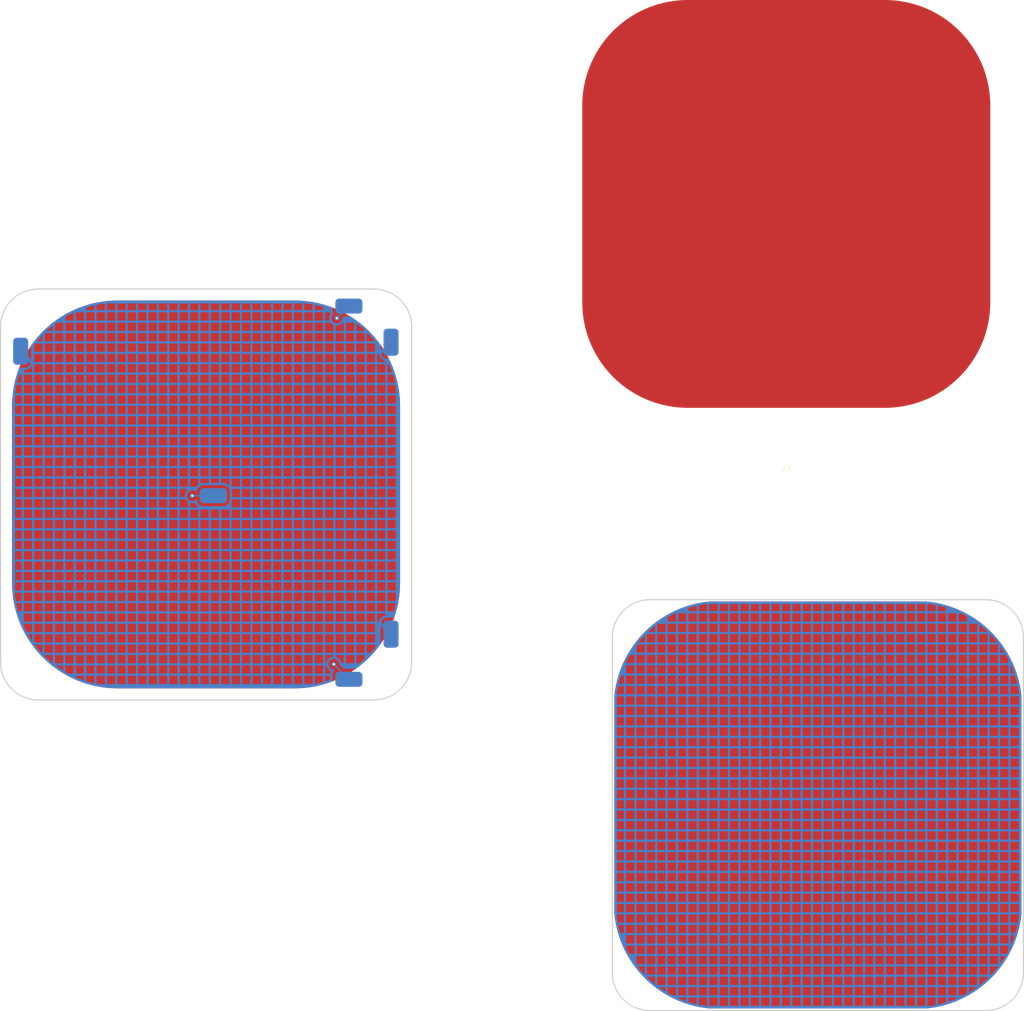
<source format=kicad_pcb>
(kicad_pcb (version 20221018) (generator pcbnew)
  (layers (0 "F.Cu" signal) (31 "B.Cu" signal) (34 "B.Paste" user) (35 "F.Paste" user) (36 "B.SilkS" user "B.Silkscreen") (37 "F.SilkS" user "F.Silkscreen") (38 "B.Mask" user) (39 "F.Mask" user) (44 "Edge.Cuts" user))
  (net 0 "")
  (net 1 "GND")
  (net 2 "TOUCH")
  (footprint "0_touch_pad:Large Touch Pad" (layer "F.Cu") (at 202.900872 14.966272)
    (fp_text reference "J7" (at 0 44.704 unlocked) (layer "F.SilkS") (effects (font (thickness 0.1))))
    (fp_text value "Conn_01x01")
    (pad "1" smd roundrect (at 0 0) (size 68.834 68.834) (layers "F.Cu") (roundrect_rratio 0.258302583) (net 2 "TOUCH"))
  )
  (footprint "0_touch_pad:SMD_Pad" (layer "B.Cu") (at 129.113872 32.212872 180)
    (fp_text reference "J6" hide)
    (fp_text value "Conn_01x01" hide)
    (pad "1" smd roundrect (at 0 0 180) (size 4.572 2.54) (layers "B.Cu" "B.Paste" "B.Mask") (net 2 "TOUCH"))
  )
  (footprint "0_touch_pad:SMD_Pad" (layer "B.Cu") (at 136.225872 87.584872 -90)
    (fp_text reference "J1" hide)
    (fp_text value "Conn_01x01" hide)
    (pad "1" smd roundrect (at 0 0 270) (size 4.572 2.54) (layers "B.Cu" "B.Paste" "B.Mask") (net 1 "GND"))
  )
  (footprint "0_touch_pad:SMD_Pad" (layer "B.Cu") (at 129.113872 95.204872 180)
    (fp_text reference "J5" hide)
    (fp_text value "Conn_01x01" hide)
    (pad "1" smd roundrect (at 0 0 180) (size 4.572 2.54) (layers "B.Cu" "B.Paste" "B.Mask") (net 2 "TOUCH"))
  )
  (footprint "0_touch_pad:SMD_Pad" (layer "B.Cu") (at 73.741872 39.832872 -90)
    (fp_text reference "J3" hide)
    (fp_text value "Conn_01x01" hide)
    (pad "1" smd roundrect (at 0 0 270) (size 4.572 2.54) (layers "B.Cu" "B.Paste" "B.Mask") (net 1 "GND"))
  )
  (footprint "0_touch_pad:SMD_Pad" (layer "B.Cu") (at 136.225872 38.308872 -90)
    (fp_text reference "J2" hide)
    (fp_text value "Conn_01x01" hide)
    (pad "1" smd roundrect (at 0 0 270) (size 4.572 2.54) (layers "B.Cu" "B.Paste" "B.Mask") (net 1 "GND"))
  )
  (footprint "0_touch_pad:SMD_Pad" (layer "B.Cu") (at 106.253872 64.216872 180)
    (fp_text reference "J4" hide)
    (fp_text value "Conn_01x01" hide)
    (pad "1" smd roundrect (at 0 0 180) (size 4.572 2.54) (layers "B.Cu" "B.Paste" "B.Mask") (net 2 "TOUCH"))
  )
  (gr_arc (start 133.35 29.337) (mid 137.840128 31.196872) (end 139.7 35.687) (stroke (width 0.2)) (layer "Edge.Cuts"))
  (gr_arc (start 139.7 92.329) (mid 137.840128 96.819128) (end 133.35 98.679) (stroke (width 0.2)) (layer "Edge.Cuts"))
  (gr_arc (start 76.708 98.679) (mid 72.217872 96.819128) (end 70.358 92.329) (stroke (width 0.2)) (layer "Edge.Cuts"))
  (gr_arc (start 242.905872 144.760272) (mid 241.046 149.2504) (end 236.555872 151.110272) (stroke (width 0.2)) (layer "Edge.Cuts"))
  (gr_line (start 236.555872 81.768272) (end 179.913872 81.768272) (stroke (width 0.2)) (layer "Edge.Cuts"))
  (gr_line (start 70.358 35.687) (end 70.358 92.329) (stroke (width 0.2)) (layer "Edge.Cuts"))
  (gr_line (start 139.7 92.329) (end 139.7 35.687) (stroke (width 0.2)) (layer "Edge.Cuts"))
  (gr_line (start 76.708 98.679) (end 133.35 98.679) (stroke (width 0.2)) (layer "Edge.Cuts"))
  (gr_arc (start 173.563872 88.118272) (mid 175.423744 83.628144) (end 179.913872 81.768272) (stroke (width 0.2)) (layer "Edge.Cuts"))
  (gr_arc (start 70.358 35.687) (mid 72.217872 31.196872) (end 76.708 29.337) (stroke (width 0.2)) (layer "Edge.Cuts"))
  (gr_line (start 179.913872 151.110272) (end 236.555872 151.110272) (stroke (width 0.2)) (layer "Edge.Cuts"))
  (gr_arc (start 236.555872 81.768272) (mid 241.046 83.628144) (end 242.905872 88.118272) (stroke (width 0.2)) (layer "Edge.Cuts"))
  (gr_line (start 173.563872 88.118272) (end 173.563872 144.760272) (stroke (width 0.2)) (layer "Edge.Cuts"))
  (gr_line (start 133.35 29.337) (end 76.708 29.337) (stroke (width 0.2)) (layer "Edge.Cuts"))
  (gr_line (start 242.905872 144.760272) (end 242.905872 88.118272) (stroke (width 0.2)) (layer "Edge.Cuts"))
  (gr_arc (start 179.913872 151.110272) (mid 175.423744 149.2504) (end 173.563872 144.760272) (stroke (width 0.2)) (layer "Edge.Cuts"))
  (via (at 102.697872 64.216872) (size 0.8) (drill 0.4) (layers "F.Cu" "B.Cu") (net 2))
  (via (at 127.081872 34.244872) (size 0.8) (drill 0.4) (layers "F.Cu" "B.Cu") (net 2))
  (via (at 126.573872 92.664872) (size 0.8) (drill 0.4) (layers "F.Cu" "B.Cu") (net 2))
  (segment (start 106.253872 64.216872) (end 102.697872 64.216872) (width 0.254) (layer "B.Cu") (net 2))
  (segment (start 129.113872 95.204872) (end 126.573872 92.664872) (width 0.254) (layer "B.Cu") (net 2))
  (segment (start 129.113872 32.212872) (end 127.081872 34.244872) (width 0.254) (layer "B.Cu") (net 2))
  (zone (net 2) (net_name "TOUCH") (layer "F.Cu") (priority 2) (connect_pads (clearance 0.5)) (min_thickness 0.25) (fill yes (thermal_gap 0.5) (thermal_bridge_width 0.5) (smoothing fillet) (radius 17.78))
    (polygon (pts (xy 173.817872 81.996872) (xy 242.651872 81.996872) (xy 242.651872 150.830872) (xy 173.817872 150.830872)))
  )
  (zone (net 2) (net_name "TOUCH") (layer "F.Cu") (priority 1) (connect_pads (clearance 0.5)) (min_thickness 0.25) (fill yes (thermal_gap 0.5) (thermal_bridge_width 0.5) (smoothing fillet) (radius 17.78))
    (polygon (pts (xy 72.294072 31.273072) (xy 137.749872 31.273072) (xy 137.749872 96.728872) (xy 72.294072 96.728872)))
  )
  (zone (net 1) (net_name "GND") (layer "B.Cu") (priority 3) (connect_pads (clearance 0.5)) (min_thickness 0.25) (fill yes (mode hatch) (thermal_gap 0.5) (thermal_bridge_width 0.5) (smoothing fillet) (radius 17.78) (hatch_thickness 0.381) (hatch_gap 1.3716) (hatch_orientation 0) (hatch_border_algorithm hatch_thickness) (hatch_min_hole_area 0.3))
    (polygon (pts (xy 173.817872 81.996872) (xy 242.651872 81.996872) (xy 242.651872 150.830872) (xy 173.817872 150.830872)))
  )
  (zone (net 1) (net_name "GND") (layer "B.Cu") (connect_pads (clearance 0.5)) (min_thickness 0.25) (fill yes (mode hatch) (thermal_gap 0.5) (thermal_bridge_width 0.5) (smoothing fillet) (radius 17.78) (hatch_thickness 0.381) (hatch_gap 1.3716) (hatch_orientation 0) (hatch_border_algorithm hatch_thickness) (hatch_min_hole_area 0.3))
    (polygon (pts (xy 137.749872 31.273072) (xy 72.294072 31.273072) (xy 72.294072 96.728872) (xy 137.749872 96.728872)))
  )
)
</source>
